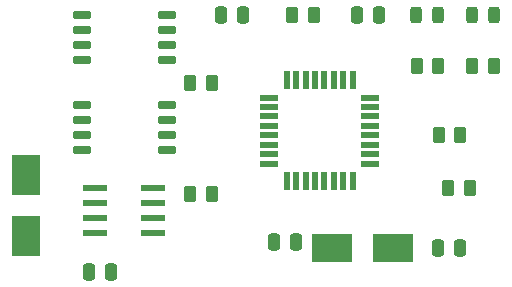
<source format=gtp>
%TF.GenerationSoftware,KiCad,Pcbnew,8.0.5*%
%TF.CreationDate,2025-01-15T00:39:03+05:30*%
%TF.ProjectId,MCU_Datalogger,4d43555f-4461-4746-916c-6f676765722e,1*%
%TF.SameCoordinates,Original*%
%TF.FileFunction,Paste,Top*%
%TF.FilePolarity,Positive*%
%FSLAX46Y46*%
G04 Gerber Fmt 4.6, Leading zero omitted, Abs format (unit mm)*
G04 Created by KiCad (PCBNEW 8.0.5) date 2025-01-15 00:39:03*
%MOMM*%
%LPD*%
G01*
G04 APERTURE LIST*
G04 Aperture macros list*
%AMRoundRect*
0 Rectangle with rounded corners*
0 $1 Rounding radius*
0 $2 $3 $4 $5 $6 $7 $8 $9 X,Y pos of 4 corners*
0 Add a 4 corners polygon primitive as box body*
4,1,4,$2,$3,$4,$5,$6,$7,$8,$9,$2,$3,0*
0 Add four circle primitives for the rounded corners*
1,1,$1+$1,$2,$3*
1,1,$1+$1,$4,$5*
1,1,$1+$1,$6,$7*
1,1,$1+$1,$8,$9*
0 Add four rect primitives between the rounded corners*
20,1,$1+$1,$2,$3,$4,$5,0*
20,1,$1+$1,$4,$5,$6,$7,0*
20,1,$1+$1,$6,$7,$8,$9,0*
20,1,$1+$1,$8,$9,$2,$3,0*%
G04 Aperture macros list end*
%ADD10RoundRect,0.150000X-0.650000X-0.150000X0.650000X-0.150000X0.650000X0.150000X-0.650000X0.150000X0*%
%ADD11RoundRect,0.250000X-0.262500X-0.450000X0.262500X-0.450000X0.262500X0.450000X-0.262500X0.450000X0*%
%ADD12RoundRect,0.243750X-0.243750X-0.456250X0.243750X-0.456250X0.243750X0.456250X-0.243750X0.456250X0*%
%ADD13R,3.500000X2.400000*%
%ADD14RoundRect,0.250000X-0.250000X-0.475000X0.250000X-0.475000X0.250000X0.475000X-0.250000X0.475000X0*%
%ADD15R,1.500000X0.550000*%
%ADD16R,0.550000X1.500000*%
%ADD17RoundRect,0.250000X0.250000X0.475000X-0.250000X0.475000X-0.250000X-0.475000X0.250000X-0.475000X0*%
%ADD18R,2.400000X3.500000*%
%ADD19RoundRect,0.073750X-0.911250X-0.221250X0.911250X-0.221250X0.911250X0.221250X-0.911250X0.221250X0*%
G04 APERTURE END LIST*
D10*
%TO.C,U2*%
X133655000Y-107315000D03*
X133655000Y-108585000D03*
X133655000Y-109855000D03*
X133655000Y-111125000D03*
X140855000Y-111125000D03*
X140855000Y-109855000D03*
X140855000Y-108585000D03*
X140855000Y-107315000D03*
%TD*%
D11*
%TO.C,R2*%
X163910000Y-109855000D03*
X165735000Y-109855000D03*
%TD*%
D12*
%TO.C,D1*%
X166702500Y-99695000D03*
X168577500Y-99695000D03*
%TD*%
D11*
%TO.C,R7*%
X142851500Y-105410000D03*
X144676500Y-105410000D03*
%TD*%
D13*
%TO.C,Y1*%
X154820000Y-119380000D03*
X160020000Y-119380000D03*
%TD*%
D12*
%TO.C,D2*%
X161955000Y-99695000D03*
X163830000Y-99695000D03*
%TD*%
D14*
%TO.C,C1*%
X156977000Y-99695000D03*
X158877000Y-99695000D03*
%TD*%
%TO.C,C5*%
X145420000Y-99695000D03*
X147320000Y-99695000D03*
%TD*%
D10*
%TO.C,U1*%
X133655000Y-99695000D03*
X133655000Y-100965000D03*
X133655000Y-102235000D03*
X133655000Y-103505000D03*
X140855000Y-103505000D03*
X140855000Y-102235000D03*
X140855000Y-100965000D03*
X140855000Y-99695000D03*
%TD*%
D11*
%TO.C,R3*%
X151487500Y-99695000D03*
X153312500Y-99695000D03*
%TD*%
D15*
%TO.C,U4*%
X149515000Y-106680000D03*
X149515000Y-107480000D03*
X149515000Y-108280000D03*
X149515000Y-109080000D03*
X149515000Y-109880000D03*
X149515000Y-110680000D03*
X149515000Y-111480000D03*
X149515000Y-112280000D03*
D16*
X151015000Y-113780000D03*
X151815000Y-113780000D03*
X152615000Y-113780000D03*
X153415000Y-113780000D03*
X154215000Y-113780000D03*
X155015000Y-113780000D03*
X155815000Y-113780000D03*
X156615000Y-113780000D03*
D15*
X158115000Y-112280000D03*
X158115000Y-111480000D03*
X158115000Y-110680000D03*
X158115000Y-109880000D03*
X158115000Y-109080000D03*
X158115000Y-108280000D03*
X158115000Y-107480000D03*
X158115000Y-106680000D03*
D16*
X156615000Y-105180000D03*
X155815000Y-105180000D03*
X155015000Y-105180000D03*
X154215000Y-105180000D03*
X153415000Y-105180000D03*
X152615000Y-105180000D03*
X151815000Y-105180000D03*
X151015000Y-105180000D03*
%TD*%
D17*
%TO.C,C2*%
X136144000Y-121412000D03*
X134244000Y-121412000D03*
%TD*%
D11*
%TO.C,R1*%
X166727500Y-104013000D03*
X168552500Y-104013000D03*
%TD*%
D14*
%TO.C,C4*%
X149926000Y-118872000D03*
X151826000Y-118872000D03*
%TD*%
%TO.C,C3*%
X163835000Y-119380000D03*
X165735000Y-119380000D03*
%TD*%
D18*
%TO.C,Y2*%
X128981200Y-118424000D03*
X128981200Y-113224000D03*
%TD*%
D11*
%TO.C,R4*%
X162028500Y-104013000D03*
X163853500Y-104013000D03*
%TD*%
%TO.C,R6*%
X142851500Y-114808000D03*
X144676500Y-114808000D03*
%TD*%
%TO.C,R5*%
X164695500Y-114300000D03*
X166520500Y-114300000D03*
%TD*%
D19*
%TO.C,U3*%
X134750000Y-114300000D03*
X134750000Y-115570000D03*
X134750000Y-116840000D03*
X134750000Y-118110000D03*
X139700000Y-118110000D03*
X139700000Y-116840000D03*
X139700000Y-115570000D03*
X139700000Y-114300000D03*
%TD*%
M02*

</source>
